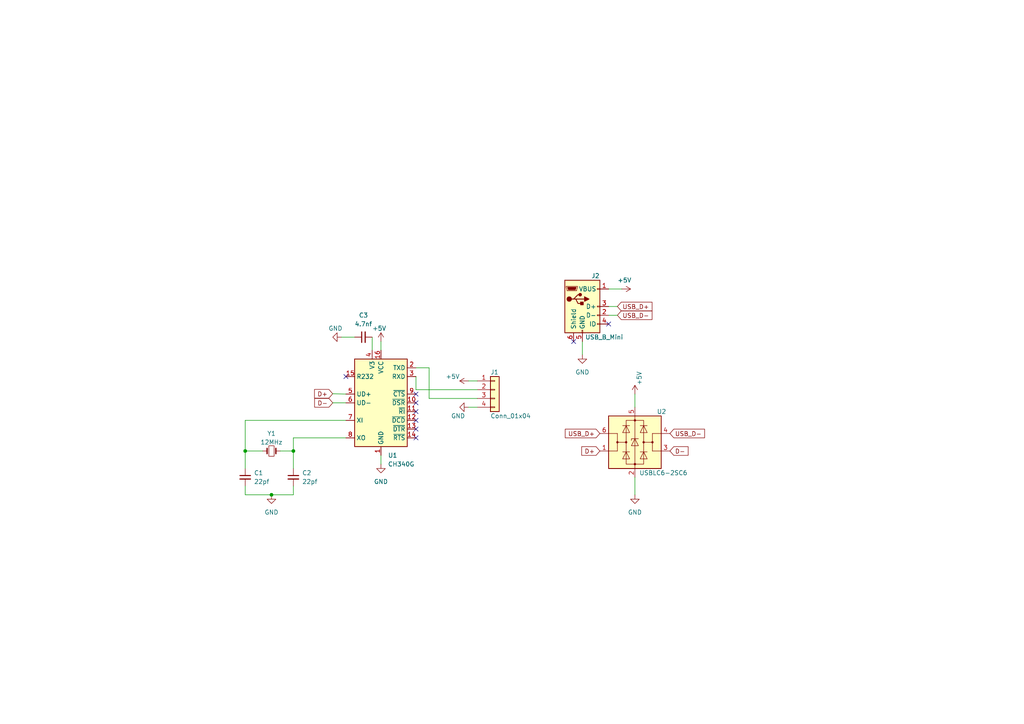
<source format=kicad_sch>
(kicad_sch (version 20211123) (generator eeschema)
  (paper "A4")
  (title_block (title "USB_to_Serial") (date "2022-03-01") (rev "1.0"))
  (lib_symbols
    (symbol "Connector:USB_B_Mini" (pin_names (offset 1.016))
      (property "Reference" "J" (at -5.08 11.43 0))
      (property "Value" "USB_B_Mini" (at -5.08 8.89 0))
      (symbol "USB_B_Mini_0_1"
        (rectangle (start -5.08 -7.62) (end 5.08 7.62) (stroke (width 0.254)) (fill (type background)))
        (circle (center -3.81 2.159) (radius 0.635) (stroke (width 0.254)) (fill (type outline)))
        (circle (center -0.635 3.429) (radius 0.381) (stroke (width 0.254)) (fill (type outline)))
        (rectangle (start -0.127 -7.62) (end 0.127 -6.858))
        (polyline (pts (xy -1.905 2.159) (xy 0.635 2.159)) (stroke (width 0.254)))
        (polyline (pts (xy -3.175 2.159) (xy -2.54 2.159) (xy -1.27 3.429) (xy -0.635 3.429)) (stroke (width 0.254)))
        (polyline (pts (xy -2.54 2.159) (xy -1.905 2.159) (xy -1.27 0.889) (xy 0 0.889)) (stroke (width 0.254)))
        (polyline (pts (xy 0.635 2.794) (xy 0.635 1.524) (xy 1.905 2.159) (xy 0.635 2.794)) (stroke (width 0.254)) (fill (type outline)))
        (polyline (pts (xy -4.318 5.588) (xy -1.778 5.588) (xy -2.032 4.826) (xy -4.064 4.826) (xy -4.318 5.588)) (fill (type outline)))
        (polyline (pts (xy -4.699 5.842) (xy -4.699 5.588) (xy -4.445 4.826) (xy -4.445 4.572) (xy -1.651 4.572) (xy -1.651 4.826) (xy -1.397 5.588) (xy -1.397 5.842) (xy -4.699 5.842)))
        (rectangle (start 0.254 1.27) (end -0.508 0.508) (stroke (width 0.254)) (fill (type outline)))
        (rectangle (start 5.08 -5.207) (end 4.318 -4.953))
        (rectangle (start 5.08 -2.667) (end 4.318 -2.413))
        (rectangle (start 5.08 -0.127) (end 4.318 0.127))
        (rectangle (start 5.08 4.953) (end 4.318 5.207))
      )
      (symbol "USB_B_Mini_1_1"
        (pin power_out line (at 7.62 5.08 180) (length 2.54) (name "VBUS") (number "1"))
        (pin bidirectional line (at 7.62 -2.54 180) (length 2.54) (name "D-") (number "2"))
        (pin bidirectional line (at 7.62 0 180) (length 2.54) (name "D+") (number "3"))
        (pin passive line (at 7.62 -5.08 180) (length 2.54) (name "ID") (number "4"))
        (pin power_out line (at 0 -10.16 90) (length 2.54) (name "GND") (number "5"))
        (pin passive line (at -2.54 -10.16 90) (length 2.54) (name "Shield") (number "6"))
      )
    )
    (symbol "Connector_Generic:Conn_01x04" (pin_names (offset 1.016) hide)
      (property "Reference" "J" (at 0 5.08 0))
      (property "Value" "Conn_01x04" (at 0 -7.62 0))
      (symbol "Conn_01x04_1_1"
        (rectangle (start -1.27 -4.953) (end 0 -5.207) (stroke (width 0.1524)))
        (rectangle (start -1.27 -2.413) (end 0 -2.667) (stroke (width 0.1524)))
        (rectangle (start -1.27 0.127) (end 0 -0.127) (stroke (width 0.1524)))
        (rectangle (start -1.27 2.667) (end 0 2.413) (stroke (width 0.1524)))
        (rectangle (start -1.27 3.81) (end 1.27 -6.35) (stroke (width 0.254)) (fill (type background)))
        (pin passive line (at -5.08 2.54 0) (length 3.81) (name "Pin_1") (number "1"))
        (pin passive line (at -5.08 0 0) (length 3.81) (name "Pin_2") (number "2"))
        (pin passive line (at -5.08 -2.54 0) (length 3.81) (name "Pin_3") (number "3"))
        (pin passive line (at -5.08 -5.08 0) (length 3.81) (name "Pin_4") (number "4"))
      )
    )
    (symbol "Device:C_Small" (pin_numbers hide) (pin_names (offset 0.254) hide)
      (property "Reference" "C" (at 0.254 1.778 0))
      (property "Value" "C_Small" (at 0.254 -2.032 0))
      (symbol "C_Small_0_1"
        (polyline (pts (xy -1.524 -0.508) (xy 1.524 -0.508)) (stroke (width 0.3302)))
        (polyline (pts (xy -1.524 0.508) (xy 1.524 0.508)) (stroke (width 0.3048)))
      )
      (symbol "C_Small_1_1"
        (pin passive line (at 0 2.54 270) (length 2.032) (name "~") (number "1"))
        (pin passive line (at 0 -2.54 90) (length 2.032) (name "~") (number "2"))
      )
    )
    (symbol "Device:Crystal_Small" (pin_numbers hide) (pin_names (offset 1.016) hide)
      (property "Reference" "Y" (at 0 2.54 0))
      (property "Value" "Crystal_Small" (at 0 -2.54 0))
      (symbol "Crystal_Small_0_1"
        (rectangle (start -0.762 -1.524) (end 0.762 1.524))
        (polyline (pts (xy -1.27 -0.762) (xy -1.27 0.762)) (stroke (width 0.381)))
        (polyline (pts (xy 1.27 -0.762) (xy 1.27 0.762)) (stroke (width 0.381)))
      )
      (symbol "Crystal_Small_1_1"
        (pin passive line (at -2.54 0 0) (length 1.27) (name "1") (number "1"))
        (pin passive line (at 2.54 0 180) (length 1.27) (name "2") (number "2"))
      )
    )
    (symbol "Interface_USB:CH340G"
      (property "Reference" "U" (at -5.08 13.97 0))
      (property "Value" "CH340G" (at 1.27 13.97 0))
      (symbol "CH340G_0_1"
        (rectangle (start -7.62 12.7) (end 7.62 -12.7) (stroke (width 0.254)) (fill (type background)))
      )
      (symbol "CH340G_1_1"
        (pin power_in line (at 0 -15.24 90) (length 2.54) (name "GND") (number "1"))
        (pin input line (at 10.16 0 180) (length 2.54) (name "~{DSR}") (number "10"))
        (pin input line (at 10.16 -2.54 180) (length 2.54) (name "~{RI}") (number "11"))
        (pin input line (at 10.16 -5.08 180) (length 2.54) (name "~{DCD}") (number "12"))
        (pin output line (at 10.16 -7.62 180) (length 2.54) (name "~{DTR}") (number "13"))
        (pin output line (at 10.16 -10.16 180) (length 2.54) (name "~{RTS}") (number "14"))
        (pin input line (at -10.16 7.62 0) (length 2.54) (name "R232") (number "15"))
        (pin power_in line (at 0 15.24 270) (length 2.54) (name "VCC") (number "16"))
        (pin output line (at 10.16 10.16 180) (length 2.54) (name "TXD") (number "2"))
        (pin input line (at 10.16 7.62 180) (length 2.54) (name "RXD") (number "3"))
        (pin passive line (at -2.54 15.24 270) (length 2.54) (name "V3") (number "4"))
        (pin bidirectional line (at -10.16 2.54 0) (length 2.54) (name "UD+") (number "5"))
        (pin bidirectional line (at -10.16 0 0) (length 2.54) (name "UD-") (number "6"))
        (pin input line (at -10.16 -5.08 0) (length 2.54) (name "XI") (number "7"))
        (pin output line (at -10.16 -10.16 0) (length 2.54) (name "XO") (number "8"))
        (pin input line (at 10.16 2.54 180) (length 2.54) (name "~{CTS}") (number "9"))
      )
    )
    (symbol "Power_Protection:USBLC6-2SC6" (pin_names hide)
      (property "Reference" "U" (at 2.54 8.89 0))
      (property "Value" "USBLC6-2SC6" (at 2.54 -8.89 0))
      (symbol "USBLC6-2SC6_0_1"
        (rectangle (start -7.62 -7.62) (end 7.62 7.62) (stroke (width 0.254)) (fill (type background)))
        (circle (center -5.08 0) (radius 0.254) (fill (type outline)))
        (circle (center -2.54 0) (radius 0.254) (fill (type outline)))
        (rectangle (start -2.54 6.35) (end 2.54 -6.35))
        (circle (center 0 -6.35) (radius 0.254) (fill (type outline)))
        (polyline (pts (xy -5.08 -2.54) (xy -7.62 -2.54)))
        (polyline (pts (xy -5.08 0) (xy -5.08 -2.54)))
        (polyline (pts (xy -5.08 2.54) (xy -7.62 2.54)))
        (polyline (pts (xy -1.524 -2.794) (xy -3.556 -2.794)))
        (polyline (pts (xy -1.524 4.826) (xy -3.556 4.826)))
        (polyline (pts (xy 0 -7.62) (xy 0 -6.35)))
        (polyline (pts (xy 0 -6.35) (xy 0 1.27)))
        (polyline (pts (xy 0 1.27) (xy 0 6.35)))
        (polyline (pts (xy 0 6.35) (xy 0 7.62)))
        (polyline (pts (xy 1.524 -2.794) (xy 3.556 -2.794)))
        (polyline (pts (xy 1.524 4.826) (xy 3.556 4.826)))
        (polyline (pts (xy 5.08 -2.54) (xy 7.62 -2.54)))
        (polyline (pts (xy 5.08 0) (xy 5.08 -2.54)))
        (polyline (pts (xy 5.08 2.54) (xy 7.62 2.54)))
        (polyline (pts (xy -2.54 0) (xy -5.08 0) (xy -5.08 2.54)))
        (polyline (pts (xy 2.54 0) (xy 5.08 0) (xy 5.08 2.54)))
        (polyline (pts (xy -3.556 -4.826) (xy -1.524 -4.826) (xy -2.54 -2.794) (xy -3.556 -4.826)))
        (polyline (pts (xy -3.556 2.794) (xy -1.524 2.794) (xy -2.54 4.826) (xy -3.556 2.794)))
        (polyline (pts (xy -1.016 -1.016) (xy 1.016 -1.016) (xy 0 1.016) (xy -1.016 -1.016)))
        (polyline (pts (xy 1.016 1.016) (xy 0.762 1.016) (xy -1.016 1.016) (xy -1.016 0.508)))
        (polyline (pts (xy 3.556 -4.826) (xy 1.524 -4.826) (xy 2.54 -2.794) (xy 3.556 -4.826)))
        (polyline (pts (xy 3.556 2.794) (xy 1.524 2.794) (xy 2.54 4.826) (xy 3.556 2.794)))
        (circle (center 0 6.35) (radius 0.254) (fill (type outline)))
        (circle (center 2.54 0) (radius 0.254) (fill (type outline)))
        (circle (center 5.08 0) (radius 0.254) (fill (type outline)))
      )
      (symbol "USBLC6-2SC6_1_1"
        (pin passive line (at -10.16 -2.54 0) (length 2.54) (name "I/O1") (number "1"))
        (pin passive line (at 0 -10.16 90) (length 2.54) (name "GND") (number "2"))
        (pin passive line (at 10.16 -2.54 180) (length 2.54) (name "I/O2") (number "3"))
        (pin passive line (at 10.16 2.54 180) (length 2.54) (name "I/O2") (number "4"))
        (pin passive line (at 0 10.16 270) (length 2.54) (name "VBUS") (number "5"))
        (pin passive line (at -10.16 2.54 0) (length 2.54) (name "I/O1") (number "6"))
      )
    )
    (symbol "power:+5V" (power) (pin_names (offset 0))
      (property "Value" "+5V" (at 0 3.556 0))
      (symbol "+5V_0_1"
        (polyline (pts (xy -0.762 1.27) (xy 0 2.54)))
        (polyline (pts (xy 0 0) (xy 0 2.54)))
        (polyline (pts (xy 0 2.54) (xy 0.762 1.27)))
      )
      (symbol "+5V_1_1"
        (pin power_in line (at 0 0 90) (length 0) hide (name "+5V") (number "1"))
      )
    )
    (symbol "power:GND" (power) (pin_names (offset 0))
      (property "Value" "GND" (at 0 -3.81 0))
      (symbol "GND_0_1"
        (polyline (pts (xy 0 0) (xy 0 -1.27) (xy 1.27 -1.27) (xy 0 -2.54) (xy -1.27 -1.27) (xy 0 -1.27)))
      )
      (symbol "GND_1_1"
        (pin power_in line (at 0 0 270) (length 0) hide (name "GND") (number "1"))
      )
    )
  )
  (junction (at 78.74 143.51))
  (junction (at 85.09 130.81))
  (junction (at 71.12 130.81))
  (no_connect (at 120.65 127))
  (no_connect (at 120.65 124.46))
  (no_connect (at 100.33 109.22))
  (no_connect (at 166.37 99.06))
  (no_connect (at 120.65 114.3))
  (no_connect (at 120.65 116.84))
  (no_connect (at 120.65 119.38))
  (no_connect (at 120.65 121.92))
  (no_connect (at 176.53 93.98))
  (wire (pts (xy 71.12 121.92) (xy 100.33 121.92)))
  (wire (pts (xy 99.06 97.79) (xy 102.87 97.79)))
  (wire (pts (xy 124.46 106.68) (xy 120.65 106.68)))
  (wire (pts (xy 120.65 113.03) (xy 120.65 109.22)))
  (wire (pts (xy 184.15 138.43) (xy 184.15 143.51)))
  (wire (pts (xy 96.52 116.84) (xy 100.33 116.84)))
  (wire (pts (xy 71.12 140.97) (xy 71.12 143.51)))
  (wire (pts (xy 176.53 88.9) (xy 179.07 88.9)))
  (wire (pts (xy 85.09 130.81) (xy 85.09 135.89)))
  (wire (pts (xy 176.53 83.82) (xy 180.34 83.82)))
  (wire (pts (xy 85.09 143.51) (xy 78.74 143.51)))
  (wire (pts (xy 71.12 130.81) (xy 76.2 130.81)))
  (wire (pts (xy 81.28 130.81) (xy 85.09 130.81)))
  (wire (pts (xy 85.09 140.97) (xy 85.09 143.51)))
  (wire (pts (xy 85.09 127) (xy 85.09 130.81)))
  (wire (pts (xy 135.89 118.11) (xy 138.43 118.11)))
  (wire (pts (xy 85.09 127) (xy 100.33 127)))
  (wire (pts (xy 71.12 121.92) (xy 71.12 130.81)))
  (wire (pts (xy 168.91 99.06) (xy 168.91 102.87)))
  (wire (pts (xy 107.95 97.79) (xy 107.95 101.6)))
  (wire (pts (xy 184.15 114.3) (xy 184.15 118.11)))
  (wire (pts (xy 124.46 115.57) (xy 124.46 106.68)))
  (wire (pts (xy 110.49 99.06) (xy 110.49 101.6)))
  (wire (pts (xy 96.4966 114.2074) (xy 100.33 114.3)))
  (wire (pts (xy 110.49 132.08) (xy 110.49 134.62)))
  (wire (pts (xy 176.53 91.44) (xy 179.07 91.44)))
  (wire (pts (xy 71.12 135.89) (xy 71.12 130.81)))
  (wire (pts (xy 120.65 113.03) (xy 138.43 113.03)))
  (wire (pts (xy 71.12 143.51) (xy 78.74 143.51)))
  (wire (pts (xy 138.43 115.57) (xy 124.46 115.57)))
  (wire (pts (xy 135.89 110.49) (xy 138.43 110.49)))
  (global_label "D+" (shape input) (at 96.4966 114.2074 180) (property "Intersheet References" "${INTERSHEET_REFS}" (effects hide)))
  (global_label "USB_D+" (shape input) (at 179.07 88.9 0) (property "Intersheet References" "${INTERSHEET_REFS}" (effects hide)))
  (global_label "D-" (shape input) (at 96.52 116.84 180) (property "Intersheet References" "${INTERSHEET_REFS}" (effects hide)))
  (global_label "D+" (shape input) (at 173.99 130.81 180) (property "Intersheet References" "${INTERSHEET_REFS}" (effects hide)))
  (global_label "USB_D-" (shape input) (at 194.31 125.73 0) (property "Intersheet References" "${INTERSHEET_REFS}" (effects hide)))
  (global_label "D-" (shape input) (at 194.31 130.81 0) (property "Intersheet References" "${INTERSHEET_REFS}" (effects hide)))
  (global_label "USB_D+" (shape input) (at 173.99 125.73 180) (property "Intersheet References" "${INTERSHEET_REFS}" (effects hide)))
  (global_label "USB_D-" (shape input) (at 179.07 91.44 0) (property "Intersheet References" "${INTERSHEET_REFS}" (effects hide)))
  (symbol (lib_id "Device:Crystal_Small") (at 78.74 130.81 0) (unit 1)
    (property "Reference" "Y1" (at 78.74 125.73 0))
    (property "Value" "12MHz" (at 78.74 128.27 0))
    (property "Footprint" "Crystal:Crystal_SMD_0603-2Pin_6.0x3.5mm" (effects hide))
  )
  (symbol (lib_id "power:+5V") (at 184.15 114.3 0) (unit 1)
    (property "Reference" "#PWR0103" (effects hide))
    (property "Value" "+5V" (at 185.42 111.76 90) (effects (justify left)))
  )
  (symbol (lib_id "Device:C_Small") (at 105.41 97.79 90) (unit 1)
    (property "Reference" "C3" (at 105.4163 91.44 90))
    (property "Value" "4.7nf" (at 105.4163 93.98 90))
    (property "Footprint" "Capacitor_SMD:C_0603_1608Metric" (effects hide))
  )
  (symbol (lib_id "Interface_USB:CH340G") (at 110.49 116.84 0) (unit 1)
    (property "Reference" "U1" (at 112.5094 132.08 0) (effects (justify left)))
    (property "Value" "CH340G" (at 112.5094 134.62 0) (effects (justify left)))
    (property "Footprint" "Package_SO:SOIC-16_3.9x9.9mm_P1.27mm" (effects hide))
    (property "Datasheet" "http://www.datasheet5.com/pdf-local-2195953" (effects hide))
  )
  (symbol (lib_id "Device:C_Small") (at 85.09 138.43 0) (unit 1)
    (property "Reference" "C2" (at 87.63 137.1662 0) (effects (justify left)))
    (property "Value" "22pf" (at 87.63 139.7062 0) (effects (justify left)))
    (property "Footprint" "Capacitor_SMD:C_0603_1608Metric" (effects hide))
  )
  (symbol (lib_id "power:GND") (at 78.74 143.51 0) (unit 1)
    (property "Reference" "#PWR0105" (effects hide))
    (property "Value" "GND" (at 78.74 148.59 0))
  )
  (symbol (lib_id "Power_Protection:USBLC6-2SC6") (at 184.15 128.27 0) (unit 1)
    (property "Reference" "U2" (at 190.5 119.38 0) (effects (justify left)))
    (property "Value" "USBLC6-2SC6" (at 185.42 137.16 0) (effects (justify left)))
    (property "Footprint" "Package_TO_SOT_SMD:SOT-23-6" (effects hide))
    (property "Datasheet" "https://www.st.com/resource/en/datasheet/usblc6-2.pdf" (effects hide))
  )
  (symbol (lib_id "power:GND") (at 135.89 118.11 270) (unit 1)
    (property "Reference" "#PWR0110" (effects hide))
    (property "Value" "GND" (at 130.81 120.65 90) (effects (justify left)))
  )
  (symbol (lib_id "Device:C_Small") (at 71.12 138.43 0) (unit 1)
    (property "Reference" "C1" (at 73.66 137.1662 0) (effects (justify left)))
    (property "Value" "22pf" (at 73.66 139.7062 0) (effects (justify left)))
    (property "Footprint" "Capacitor_SMD:C_0603_1608Metric" (effects hide))
  )
  (symbol (lib_id "power:GND") (at 110.49 134.62 0) (unit 1)
    (property "Reference" "#PWR0108" (effects hide))
    (property "Value" "GND" (at 110.49 139.7 0))
  )
  (symbol (lib_id "power:+5V") (at 180.34 83.82 270) (unit 1)
    (property "Reference" "#PWR0101" (effects hide))
    (property "Value" "+5V" (at 179.07 81.28 90) (effects (justify left)))
  )
  (symbol (lib_id "Connector:USB_B_Mini") (at 168.91 88.9 0) (unit 1)
    (property "Reference" "J2" (at 172.72 80.01 0))
    (property "Value" "USB_B_Mini" (at 175.26 97.79 0))
    (property "Footprint" "Connector_USB:USB_Mini-B_Wuerth_65100516121_Horizontal" (effects hide))
  )
  (symbol (lib_id "power:GND") (at 184.15 143.51 0) (unit 1)
    (property "Reference" "#PWR0109" (effects hide))
    (property "Value" "GND" (at 184.15 148.59 0))
  )
  (symbol (lib_id "power:GND") (at 99.06 97.79 270) (unit 1)
    (property "Reference" "#PWR0107" (effects hide))
    (property "Value" "GND" (at 95.25 95.25 90) (effects (justify left)))
  )
  (symbol (lib_id "power:GND") (at 168.91 102.87 0) (unit 1)
    (property "Reference" "#PWR0102" (effects hide))
    (property "Value" "GND" (at 168.91 107.95 0))
  )
  (symbol (lib_id "power:+5V") (at 110.49 99.06 0) (unit 1)
    (property "Reference" "#PWR0106" (effects hide))
    (property "Value" "+5V" (at 107.95 95.25 0) (effects (justify left)))
  )
  (symbol (lib_id "power:+5V") (at 135.89 110.49 90) (unit 1)
    (property "Reference" "#PWR0104" (effects hide))
    (property "Value" "+5V" (at 133.35 109.22 90) (effects (justify left)))
  )
  (symbol (lib_id "Connector_Generic:Conn_01x04") (at 143.51 113.03 0) (unit 1)
    (property "Reference" "J1" (at 142.24 107.95 0) (effects (justify left)))
    (property "Value" "Conn_01x04" (at 142.24 120.65 0) (effects (justify left)))
    (property "Footprint" "Connector_PinHeader_1.00mm:PinHeader_1x04_P1.00mm_Vertical" (effects hide))
  )
)
</source>
